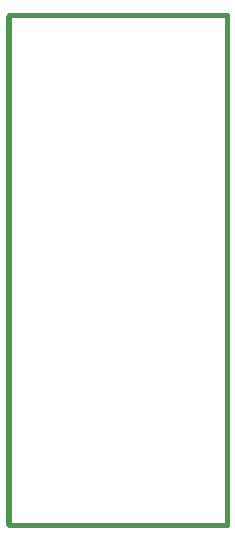
<source format=gbr>
%TF.GenerationSoftware,Altium Limited,Altium Designer,19.0.10 (269)*%
G04 Layer_Color=16711935*
%FSLAX45Y45*%
%MOMM*%
%TF.FileFunction,Other,Mechanical_1*%
%TF.Part,Single*%
G01*
G75*
%TA.AperFunction,NonConductor*%
%ADD59C,0.40000*%
%ADD60C,0.50800*%
D59*
X1851906Y0D02*
Y4318000D01*
X0D02*
X1851906D01*
X1473200Y0D02*
X1851906D01*
X0D02*
X1473200D01*
D60*
X0D02*
Y4305300D01*
%TF.MD5,92419c8b8dd74078c3823044527ac56f*%
M02*

</source>
